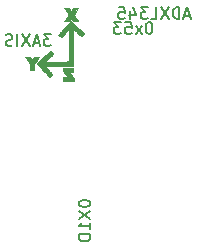
<source format=gbr>
G04 #@! TF.GenerationSoftware,KiCad,Pcbnew,(5.1.5)-3*
G04 #@! TF.CreationDate,2020-12-21T13:09:17+01:00*
G04 #@! TF.ProjectId,epimetheus_adxl345,6570696d-6574-4686-9575-735f6164786c,rev?*
G04 #@! TF.SameCoordinates,Original*
G04 #@! TF.FileFunction,Legend,Bot*
G04 #@! TF.FilePolarity,Positive*
%FSLAX46Y46*%
G04 Gerber Fmt 4.6, Leading zero omitted, Abs format (unit mm)*
G04 Created by KiCad (PCBNEW (5.1.5)-3) date 2020-12-21 13:09:17*
%MOMM*%
%LPD*%
G04 APERTURE LIST*
%ADD10C,0.150000*%
%ADD11C,0.010000*%
G04 APERTURE END LIST*
D10*
X166036380Y-23328380D02*
X165417333Y-23328380D01*
X165750666Y-23709333D01*
X165607809Y-23709333D01*
X165512571Y-23756952D01*
X165464952Y-23804571D01*
X165417333Y-23899809D01*
X165417333Y-24137904D01*
X165464952Y-24233142D01*
X165512571Y-24280761D01*
X165607809Y-24328380D01*
X165893523Y-24328380D01*
X165988761Y-24280761D01*
X166036380Y-24233142D01*
X165036380Y-24042666D02*
X164560190Y-24042666D01*
X165131619Y-24328380D02*
X164798285Y-23328380D01*
X164464952Y-24328380D01*
X164226857Y-23328380D02*
X163560190Y-24328380D01*
X163560190Y-23328380D02*
X164226857Y-24328380D01*
X163179238Y-24328380D02*
X163179238Y-23328380D01*
X162750666Y-24280761D02*
X162607809Y-24328380D01*
X162369714Y-24328380D01*
X162274476Y-24280761D01*
X162226857Y-24233142D01*
X162179238Y-24137904D01*
X162179238Y-24042666D01*
X162226857Y-23947428D01*
X162274476Y-23899809D01*
X162369714Y-23852190D01*
X162560190Y-23804571D01*
X162655428Y-23756952D01*
X162703047Y-23709333D01*
X162750666Y-23614095D01*
X162750666Y-23518857D01*
X162703047Y-23423619D01*
X162655428Y-23376000D01*
X162560190Y-23328380D01*
X162322095Y-23328380D01*
X162179238Y-23376000D01*
X168362380Y-37616000D02*
X168362380Y-37711238D01*
X168410000Y-37806476D01*
X168457619Y-37854095D01*
X168552857Y-37901714D01*
X168743333Y-37949333D01*
X168981428Y-37949333D01*
X169171904Y-37901714D01*
X169267142Y-37854095D01*
X169314761Y-37806476D01*
X169362380Y-37711238D01*
X169362380Y-37616000D01*
X169314761Y-37520761D01*
X169267142Y-37473142D01*
X169171904Y-37425523D01*
X168981428Y-37377904D01*
X168743333Y-37377904D01*
X168552857Y-37425523D01*
X168457619Y-37473142D01*
X168410000Y-37520761D01*
X168362380Y-37616000D01*
X168362380Y-38282666D02*
X169362380Y-38949333D01*
X168362380Y-38949333D02*
X169362380Y-38282666D01*
X169362380Y-39854095D02*
X169362380Y-39282666D01*
X169362380Y-39568380D02*
X168362380Y-39568380D01*
X168505238Y-39473142D01*
X168600476Y-39377904D01*
X168648095Y-39282666D01*
X169362380Y-40282666D02*
X168362380Y-40282666D01*
X168362380Y-40520761D01*
X168410000Y-40663619D01*
X168505238Y-40758857D01*
X168600476Y-40806476D01*
X168790952Y-40854095D01*
X168933809Y-40854095D01*
X169124285Y-40806476D01*
X169219523Y-40758857D01*
X169314761Y-40663619D01*
X169362380Y-40520761D01*
X169362380Y-40282666D01*
X174378761Y-22312380D02*
X174283523Y-22312380D01*
X174188285Y-22360000D01*
X174140666Y-22407619D01*
X174093047Y-22502857D01*
X174045428Y-22693333D01*
X174045428Y-22931428D01*
X174093047Y-23121904D01*
X174140666Y-23217142D01*
X174188285Y-23264761D01*
X174283523Y-23312380D01*
X174378761Y-23312380D01*
X174474000Y-23264761D01*
X174521619Y-23217142D01*
X174569238Y-23121904D01*
X174616857Y-22931428D01*
X174616857Y-22693333D01*
X174569238Y-22502857D01*
X174521619Y-22407619D01*
X174474000Y-22360000D01*
X174378761Y-22312380D01*
X173712095Y-23312380D02*
X173188285Y-22645714D01*
X173712095Y-22645714D02*
X173188285Y-23312380D01*
X172331142Y-22312380D02*
X172807333Y-22312380D01*
X172854952Y-22788571D01*
X172807333Y-22740952D01*
X172712095Y-22693333D01*
X172474000Y-22693333D01*
X172378761Y-22740952D01*
X172331142Y-22788571D01*
X172283523Y-22883809D01*
X172283523Y-23121904D01*
X172331142Y-23217142D01*
X172378761Y-23264761D01*
X172474000Y-23312380D01*
X172712095Y-23312380D01*
X172807333Y-23264761D01*
X172854952Y-23217142D01*
X171950190Y-22312380D02*
X171331142Y-22312380D01*
X171664476Y-22693333D01*
X171521619Y-22693333D01*
X171426380Y-22740952D01*
X171378761Y-22788571D01*
X171331142Y-22883809D01*
X171331142Y-23121904D01*
X171378761Y-23217142D01*
X171426380Y-23264761D01*
X171521619Y-23312380D01*
X171807333Y-23312380D01*
X171902571Y-23264761D01*
X171950190Y-23217142D01*
X177799619Y-21756666D02*
X177323428Y-21756666D01*
X177894857Y-22042380D02*
X177561523Y-21042380D01*
X177228190Y-22042380D01*
X176894857Y-22042380D02*
X176894857Y-21042380D01*
X176656761Y-21042380D01*
X176513904Y-21090000D01*
X176418666Y-21185238D01*
X176371047Y-21280476D01*
X176323428Y-21470952D01*
X176323428Y-21613809D01*
X176371047Y-21804285D01*
X176418666Y-21899523D01*
X176513904Y-21994761D01*
X176656761Y-22042380D01*
X176894857Y-22042380D01*
X175990095Y-21042380D02*
X175323428Y-22042380D01*
X175323428Y-21042380D02*
X175990095Y-22042380D01*
X174466285Y-22042380D02*
X174942476Y-22042380D01*
X174942476Y-21042380D01*
X174228190Y-21042380D02*
X173609142Y-21042380D01*
X173942476Y-21423333D01*
X173799619Y-21423333D01*
X173704380Y-21470952D01*
X173656761Y-21518571D01*
X173609142Y-21613809D01*
X173609142Y-21851904D01*
X173656761Y-21947142D01*
X173704380Y-21994761D01*
X173799619Y-22042380D01*
X174085333Y-22042380D01*
X174180571Y-21994761D01*
X174228190Y-21947142D01*
X172752000Y-21375714D02*
X172752000Y-22042380D01*
X172990095Y-20994761D02*
X173228190Y-21709047D01*
X172609142Y-21709047D01*
X171752000Y-21042380D02*
X172228190Y-21042380D01*
X172275809Y-21518571D01*
X172228190Y-21470952D01*
X172132952Y-21423333D01*
X171894857Y-21423333D01*
X171799619Y-21470952D01*
X171752000Y-21518571D01*
X171704380Y-21613809D01*
X171704380Y-21851904D01*
X171752000Y-21947142D01*
X171799619Y-21994761D01*
X171894857Y-22042380D01*
X172132952Y-22042380D01*
X172228190Y-21994761D01*
X172275809Y-21947142D01*
D11*
G36*
X167839561Y-21238883D02*
G01*
X167803321Y-21291895D01*
X167772673Y-21334055D01*
X167751563Y-21360085D01*
X167744588Y-21365883D01*
X167732462Y-21354219D01*
X167708046Y-21322746D01*
X167675287Y-21276741D01*
X167649616Y-21238883D01*
X167565099Y-21111883D01*
X167355138Y-21111883D01*
X167261538Y-21112917D01*
X167196868Y-21116002D01*
X167161440Y-21121117D01*
X167154598Y-21127125D01*
X167165529Y-21143546D01*
X167190709Y-21180747D01*
X167227500Y-21234854D01*
X167273267Y-21301991D01*
X167325373Y-21378283D01*
X167342244Y-21402958D01*
X167395157Y-21480746D01*
X167441824Y-21550161D01*
X167479768Y-21607451D01*
X167506512Y-21648865D01*
X167519581Y-21670653D01*
X167520470Y-21672887D01*
X167512261Y-21687328D01*
X167489287Y-21722511D01*
X167454028Y-21774775D01*
X167408965Y-21840457D01*
X167356579Y-21915897D01*
X167333706Y-21948589D01*
X167279049Y-22026943D01*
X167230705Y-22097021D01*
X167191153Y-22155164D01*
X167162873Y-22197711D01*
X167148346Y-22221004D01*
X167146941Y-22224133D01*
X167160977Y-22227176D01*
X167199491Y-22229186D01*
X167257092Y-22230031D01*
X167328389Y-22229580D01*
X167352382Y-22229157D01*
X167557823Y-22225000D01*
X167640000Y-22102250D01*
X167675888Y-22050168D01*
X167706237Y-22008942D01*
X167726969Y-21983960D01*
X167733285Y-21978986D01*
X167745682Y-21990433D01*
X167770313Y-22021732D01*
X167803202Y-22067627D01*
X167828910Y-22105471D01*
X167913427Y-22232471D01*
X168121242Y-22232471D01*
X168206448Y-22231899D01*
X168265237Y-22229966D01*
X168301053Y-22226344D01*
X168317343Y-22220708D01*
X168318247Y-22213794D01*
X168306948Y-22196284D01*
X168281522Y-22157977D01*
X168244609Y-22102813D01*
X168198846Y-22034731D01*
X168146871Y-21957672D01*
X168129670Y-21932220D01*
X167951904Y-21669322D01*
X168146389Y-21390602D01*
X168340875Y-21111883D01*
X167924077Y-21111883D01*
X167839561Y-21238883D01*
G37*
X167839561Y-21238883D02*
X167803321Y-21291895D01*
X167772673Y-21334055D01*
X167751563Y-21360085D01*
X167744588Y-21365883D01*
X167732462Y-21354219D01*
X167708046Y-21322746D01*
X167675287Y-21276741D01*
X167649616Y-21238883D01*
X167565099Y-21111883D01*
X167355138Y-21111883D01*
X167261538Y-21112917D01*
X167196868Y-21116002D01*
X167161440Y-21121117D01*
X167154598Y-21127125D01*
X167165529Y-21143546D01*
X167190709Y-21180747D01*
X167227500Y-21234854D01*
X167273267Y-21301991D01*
X167325373Y-21378283D01*
X167342244Y-21402958D01*
X167395157Y-21480746D01*
X167441824Y-21550161D01*
X167479768Y-21607451D01*
X167506512Y-21648865D01*
X167519581Y-21670653D01*
X167520470Y-21672887D01*
X167512261Y-21687328D01*
X167489287Y-21722511D01*
X167454028Y-21774775D01*
X167408965Y-21840457D01*
X167356579Y-21915897D01*
X167333706Y-21948589D01*
X167279049Y-22026943D01*
X167230705Y-22097021D01*
X167191153Y-22155164D01*
X167162873Y-22197711D01*
X167148346Y-22221004D01*
X167146941Y-22224133D01*
X167160977Y-22227176D01*
X167199491Y-22229186D01*
X167257092Y-22230031D01*
X167328389Y-22229580D01*
X167352382Y-22229157D01*
X167557823Y-22225000D01*
X167640000Y-22102250D01*
X167675888Y-22050168D01*
X167706237Y-22008942D01*
X167726969Y-21983960D01*
X167733285Y-21978986D01*
X167745682Y-21990433D01*
X167770313Y-22021732D01*
X167803202Y-22067627D01*
X167828910Y-22105471D01*
X167913427Y-22232471D01*
X168121242Y-22232471D01*
X168206448Y-22231899D01*
X168265237Y-22229966D01*
X168301053Y-22226344D01*
X168317343Y-22220708D01*
X168318247Y-22213794D01*
X168306948Y-22196284D01*
X168281522Y-22157977D01*
X168244609Y-22102813D01*
X168198846Y-22034731D01*
X168146871Y-21957672D01*
X168129670Y-21932220D01*
X167951904Y-21669322D01*
X168146389Y-21390602D01*
X168340875Y-21111883D01*
X167924077Y-21111883D01*
X167839561Y-21238883D01*
G36*
X163986350Y-25221545D02*
G01*
X163925637Y-25223845D01*
X163882778Y-25227283D01*
X163863031Y-25231534D01*
X163862372Y-25232858D01*
X163871270Y-25248425D01*
X163893697Y-25285867D01*
X163927493Y-25341626D01*
X163970495Y-25412145D01*
X164020541Y-25493869D01*
X164065323Y-25566754D01*
X164263294Y-25888500D01*
X164263294Y-26341294D01*
X164606941Y-26341294D01*
X164606941Y-25877733D01*
X164808647Y-25555516D01*
X164863404Y-25467807D01*
X164912512Y-25388691D01*
X164953857Y-25321611D01*
X164985326Y-25270010D01*
X165004804Y-25237332D01*
X165010353Y-25227003D01*
X164996328Y-25224687D01*
X164957917Y-25222766D01*
X164900614Y-25221413D01*
X164829915Y-25220802D01*
X164812382Y-25220784D01*
X164614412Y-25220861D01*
X164527268Y-25362725D01*
X164492038Y-25419476D01*
X164462813Y-25465422D01*
X164442902Y-25495433D01*
X164435727Y-25504589D01*
X164426798Y-25492584D01*
X164405943Y-25460029D01*
X164376420Y-25412112D01*
X164346625Y-25362647D01*
X164261921Y-25220706D01*
X164059657Y-25220706D01*
X163986350Y-25221545D01*
G37*
X163986350Y-25221545D02*
X163925637Y-25223845D01*
X163882778Y-25227283D01*
X163863031Y-25231534D01*
X163862372Y-25232858D01*
X163871270Y-25248425D01*
X163893697Y-25285867D01*
X163927493Y-25341626D01*
X163970495Y-25412145D01*
X164020541Y-25493869D01*
X164065323Y-25566754D01*
X164263294Y-25888500D01*
X164263294Y-26341294D01*
X164606941Y-26341294D01*
X164606941Y-25877733D01*
X164808647Y-25555516D01*
X164863404Y-25467807D01*
X164912512Y-25388691D01*
X164953857Y-25321611D01*
X164985326Y-25270010D01*
X165004804Y-25237332D01*
X165010353Y-25227003D01*
X164996328Y-25224687D01*
X164957917Y-25222766D01*
X164900614Y-25221413D01*
X164829915Y-25220802D01*
X164812382Y-25220784D01*
X164614412Y-25220861D01*
X164527268Y-25362725D01*
X164492038Y-25419476D01*
X164462813Y-25465422D01*
X164442902Y-25495433D01*
X164435727Y-25504589D01*
X164426798Y-25492584D01*
X164405943Y-25460029D01*
X164376420Y-25412112D01*
X164346625Y-25362647D01*
X164261921Y-25220706D01*
X164059657Y-25220706D01*
X163986350Y-25221545D01*
G36*
X167668132Y-22212302D02*
G01*
X167638002Y-22242769D01*
X167592274Y-22290694D01*
X167533158Y-22353714D01*
X167462868Y-22429467D01*
X167383615Y-22515591D01*
X167297610Y-22609723D01*
X167270943Y-22639039D01*
X167177270Y-22742095D01*
X167084622Y-22843974D01*
X166996154Y-22941213D01*
X166915018Y-23030347D01*
X166844369Y-23107911D01*
X166787360Y-23170440D01*
X166747146Y-23214470D01*
X166745776Y-23215967D01*
X166618275Y-23355287D01*
X166744402Y-23472984D01*
X166795552Y-23519615D01*
X166839504Y-23557643D01*
X166871328Y-23582933D01*
X166885651Y-23591399D01*
X166899087Y-23580904D01*
X166929889Y-23550845D01*
X166975489Y-23503919D01*
X167033316Y-23442823D01*
X167100802Y-23370253D01*
X167175378Y-23288908D01*
X167206886Y-23254219D01*
X167513000Y-22916320D01*
X167522242Y-23272896D01*
X167524052Y-23351608D01*
X167526104Y-23456458D01*
X167528343Y-23583701D01*
X167530713Y-23729594D01*
X167533155Y-23890392D01*
X167535614Y-24062352D01*
X167538033Y-24241730D01*
X167540356Y-24424783D01*
X167542525Y-24607766D01*
X167542806Y-24632510D01*
X167554127Y-25635550D01*
X167130152Y-25644450D01*
X167013401Y-25646778D01*
X166873660Y-25649362D01*
X166717817Y-25652086D01*
X166552764Y-25654837D01*
X166385389Y-25657497D01*
X166222582Y-25659952D01*
X166101059Y-25661680D01*
X165495941Y-25670011D01*
X165559778Y-25613447D01*
X165655590Y-25528137D01*
X165751633Y-25441862D01*
X165845322Y-25357012D01*
X165934069Y-25275978D01*
X166015291Y-25201151D01*
X166086400Y-25134923D01*
X166144811Y-25079682D01*
X166187939Y-25037821D01*
X166213197Y-25011730D01*
X166218867Y-25004059D01*
X166209409Y-24987777D01*
X166183401Y-24954808D01*
X166144922Y-24910085D01*
X166102209Y-24863010D01*
X165985129Y-24736903D01*
X165941628Y-24773507D01*
X165922063Y-24790706D01*
X165882746Y-24825899D01*
X165826023Y-24876965D01*
X165754240Y-24941784D01*
X165669744Y-25018235D01*
X165574879Y-25104197D01*
X165471992Y-25197549D01*
X165363430Y-25296171D01*
X165356911Y-25302097D01*
X164815695Y-25794083D01*
X164858923Y-25839836D01*
X164877549Y-25859986D01*
X164914062Y-25899884D01*
X164966284Y-25957134D01*
X165032035Y-26029343D01*
X165109136Y-26114116D01*
X165195409Y-26209057D01*
X165288673Y-26311773D01*
X165383242Y-26416000D01*
X165479713Y-26522211D01*
X165570140Y-26621475D01*
X165652531Y-26711629D01*
X165724897Y-26790508D01*
X165785247Y-26855949D01*
X165831590Y-26905786D01*
X165861937Y-26937856D01*
X165874296Y-26949995D01*
X165874372Y-26950030D01*
X165888799Y-26942094D01*
X165920514Y-26917812D01*
X165964756Y-26881006D01*
X166013995Y-26837971D01*
X166064971Y-26791905D01*
X166106621Y-26753201D01*
X166134502Y-26726061D01*
X166144188Y-26714824D01*
X166134661Y-26702339D01*
X166107398Y-26670567D01*
X166064844Y-26622260D01*
X166009445Y-26560166D01*
X165943647Y-26487038D01*
X165869897Y-26405624D01*
X165838556Y-26371177D01*
X165532314Y-26035000D01*
X166096833Y-26025901D01*
X166253955Y-26023563D01*
X166427841Y-26021309D01*
X166609831Y-26019230D01*
X166791268Y-26017417D01*
X166963491Y-26015959D01*
X167117842Y-26014948D01*
X167170834Y-26014696D01*
X167297117Y-26013905D01*
X167418845Y-26012642D01*
X167531509Y-26010989D01*
X167630600Y-26009031D01*
X167711606Y-26006853D01*
X167770020Y-26004538D01*
X167792807Y-26003079D01*
X167905300Y-25993570D01*
X167912967Y-25775227D01*
X167914175Y-25725379D01*
X167914953Y-25656167D01*
X167915295Y-25566755D01*
X167915193Y-25456307D01*
X167914639Y-25323987D01*
X167913627Y-25168959D01*
X167912149Y-24990387D01*
X167910199Y-24787435D01*
X167907768Y-24559267D01*
X167904849Y-24305047D01*
X167901435Y-24023939D01*
X167897520Y-23715107D01*
X167893095Y-23377715D01*
X167890311Y-23170015D01*
X167889581Y-23082236D01*
X167889815Y-23005716D01*
X167890926Y-22945072D01*
X167892829Y-22904922D01*
X167895437Y-22889882D01*
X167895530Y-22889867D01*
X167908384Y-22899555D01*
X167940562Y-22927003D01*
X167989343Y-22969795D01*
X168052006Y-23025521D01*
X168125829Y-23091765D01*
X168208090Y-23166114D01*
X168251661Y-23205690D01*
X168348378Y-23293569D01*
X168425490Y-23363166D01*
X168485446Y-23416363D01*
X168530691Y-23455046D01*
X168563673Y-23481097D01*
X168586838Y-23496401D01*
X168602633Y-23502842D01*
X168613506Y-23502304D01*
X168621903Y-23496671D01*
X168625216Y-23493307D01*
X168694962Y-23418079D01*
X168753174Y-23353636D01*
X168797519Y-23302655D01*
X168825668Y-23267816D01*
X168835294Y-23251916D01*
X168824588Y-23239774D01*
X168794153Y-23209980D01*
X168746509Y-23164827D01*
X168684179Y-23106610D01*
X168609684Y-23037620D01*
X168525546Y-22960152D01*
X168434287Y-22876500D01*
X168338429Y-22788955D01*
X168240493Y-22699813D01*
X168143001Y-22611365D01*
X168048475Y-22525907D01*
X167959436Y-22445730D01*
X167878407Y-22373128D01*
X167807909Y-22310396D01*
X167750464Y-22259825D01*
X167708594Y-22223710D01*
X167684820Y-22204344D01*
X167680452Y-22201655D01*
X167668132Y-22212302D01*
G37*
X167668132Y-22212302D02*
X167638002Y-22242769D01*
X167592274Y-22290694D01*
X167533158Y-22353714D01*
X167462868Y-22429467D01*
X167383615Y-22515591D01*
X167297610Y-22609723D01*
X167270943Y-22639039D01*
X167177270Y-22742095D01*
X167084622Y-22843974D01*
X166996154Y-22941213D01*
X166915018Y-23030347D01*
X166844369Y-23107911D01*
X166787360Y-23170440D01*
X166747146Y-23214470D01*
X166745776Y-23215967D01*
X166618275Y-23355287D01*
X166744402Y-23472984D01*
X166795552Y-23519615D01*
X166839504Y-23557643D01*
X166871328Y-23582933D01*
X166885651Y-23591399D01*
X166899087Y-23580904D01*
X166929889Y-23550845D01*
X166975489Y-23503919D01*
X167033316Y-23442823D01*
X167100802Y-23370253D01*
X167175378Y-23288908D01*
X167206886Y-23254219D01*
X167513000Y-22916320D01*
X167522242Y-23272896D01*
X167524052Y-23351608D01*
X167526104Y-23456458D01*
X167528343Y-23583701D01*
X167530713Y-23729594D01*
X167533155Y-23890392D01*
X167535614Y-24062352D01*
X167538033Y-24241730D01*
X167540356Y-24424783D01*
X167542525Y-24607766D01*
X167542806Y-24632510D01*
X167554127Y-25635550D01*
X167130152Y-25644450D01*
X167013401Y-25646778D01*
X166873660Y-25649362D01*
X166717817Y-25652086D01*
X166552764Y-25654837D01*
X166385389Y-25657497D01*
X166222582Y-25659952D01*
X166101059Y-25661680D01*
X165495941Y-25670011D01*
X165559778Y-25613447D01*
X165655590Y-25528137D01*
X165751633Y-25441862D01*
X165845322Y-25357012D01*
X165934069Y-25275978D01*
X166015291Y-25201151D01*
X166086400Y-25134923D01*
X166144811Y-25079682D01*
X166187939Y-25037821D01*
X166213197Y-25011730D01*
X166218867Y-25004059D01*
X166209409Y-24987777D01*
X166183401Y-24954808D01*
X166144922Y-24910085D01*
X166102209Y-24863010D01*
X165985129Y-24736903D01*
X165941628Y-24773507D01*
X165922063Y-24790706D01*
X165882746Y-24825899D01*
X165826023Y-24876965D01*
X165754240Y-24941784D01*
X165669744Y-25018235D01*
X165574879Y-25104197D01*
X165471992Y-25197549D01*
X165363430Y-25296171D01*
X165356911Y-25302097D01*
X164815695Y-25794083D01*
X164858923Y-25839836D01*
X164877549Y-25859986D01*
X164914062Y-25899884D01*
X164966284Y-25957134D01*
X165032035Y-26029343D01*
X165109136Y-26114116D01*
X165195409Y-26209057D01*
X165288673Y-26311773D01*
X165383242Y-26416000D01*
X165479713Y-26522211D01*
X165570140Y-26621475D01*
X165652531Y-26711629D01*
X165724897Y-26790508D01*
X165785247Y-26855949D01*
X165831590Y-26905786D01*
X165861937Y-26937856D01*
X165874296Y-26949995D01*
X165874372Y-26950030D01*
X165888799Y-26942094D01*
X165920514Y-26917812D01*
X165964756Y-26881006D01*
X166013995Y-26837971D01*
X166064971Y-26791905D01*
X166106621Y-26753201D01*
X166134502Y-26726061D01*
X166144188Y-26714824D01*
X166134661Y-26702339D01*
X166107398Y-26670567D01*
X166064844Y-26622260D01*
X166009445Y-26560166D01*
X165943647Y-26487038D01*
X165869897Y-26405624D01*
X165838556Y-26371177D01*
X165532314Y-26035000D01*
X166096833Y-26025901D01*
X166253955Y-26023563D01*
X166427841Y-26021309D01*
X166609831Y-26019230D01*
X166791268Y-26017417D01*
X166963491Y-26015959D01*
X167117842Y-26014948D01*
X167170834Y-26014696D01*
X167297117Y-26013905D01*
X167418845Y-26012642D01*
X167531509Y-26010989D01*
X167630600Y-26009031D01*
X167711606Y-26006853D01*
X167770020Y-26004538D01*
X167792807Y-26003079D01*
X167905300Y-25993570D01*
X167912967Y-25775227D01*
X167914175Y-25725379D01*
X167914953Y-25656167D01*
X167915295Y-25566755D01*
X167915193Y-25456307D01*
X167914639Y-25323987D01*
X167913627Y-25168959D01*
X167912149Y-24990387D01*
X167910199Y-24787435D01*
X167907768Y-24559267D01*
X167904849Y-24305047D01*
X167901435Y-24023939D01*
X167897520Y-23715107D01*
X167893095Y-23377715D01*
X167890311Y-23170015D01*
X167889581Y-23082236D01*
X167889815Y-23005716D01*
X167890926Y-22945072D01*
X167892829Y-22904922D01*
X167895437Y-22889882D01*
X167895530Y-22889867D01*
X167908384Y-22899555D01*
X167940562Y-22927003D01*
X167989343Y-22969795D01*
X168052006Y-23025521D01*
X168125829Y-23091765D01*
X168208090Y-23166114D01*
X168251661Y-23205690D01*
X168348378Y-23293569D01*
X168425490Y-23363166D01*
X168485446Y-23416363D01*
X168530691Y-23455046D01*
X168563673Y-23481097D01*
X168586838Y-23496401D01*
X168602633Y-23502842D01*
X168613506Y-23502304D01*
X168621903Y-23496671D01*
X168625216Y-23493307D01*
X168694962Y-23418079D01*
X168753174Y-23353636D01*
X168797519Y-23302655D01*
X168825668Y-23267816D01*
X168835294Y-23251916D01*
X168824588Y-23239774D01*
X168794153Y-23209980D01*
X168746509Y-23164827D01*
X168684179Y-23106610D01*
X168609684Y-23037620D01*
X168525546Y-22960152D01*
X168434287Y-22876500D01*
X168338429Y-22788955D01*
X168240493Y-22699813D01*
X168143001Y-22611365D01*
X168048475Y-22525907D01*
X167959436Y-22445730D01*
X167878407Y-22373128D01*
X167807909Y-22310396D01*
X167750464Y-22259825D01*
X167708594Y-22223710D01*
X167684820Y-22204344D01*
X167680452Y-22201655D01*
X167668132Y-22212302D01*
G36*
X167027412Y-26477458D02*
G01*
X167229533Y-26726876D01*
X167431655Y-26976294D01*
X167222063Y-26980440D01*
X167012470Y-26984585D01*
X167012470Y-27327412D01*
X167938823Y-27327412D01*
X167938823Y-27061584D01*
X167531379Y-26557942D01*
X167727631Y-26553773D01*
X167923882Y-26549604D01*
X167923882Y-26206824D01*
X167027412Y-26206824D01*
X167027412Y-26477458D01*
G37*
X167027412Y-26477458D02*
X167229533Y-26726876D01*
X167431655Y-26976294D01*
X167222063Y-26980440D01*
X167012470Y-26984585D01*
X167012470Y-27327412D01*
X167938823Y-27327412D01*
X167938823Y-27061584D01*
X167531379Y-26557942D01*
X167727631Y-26553773D01*
X167923882Y-26549604D01*
X167923882Y-26206824D01*
X167027412Y-26206824D01*
X167027412Y-26477458D01*
M02*

</source>
